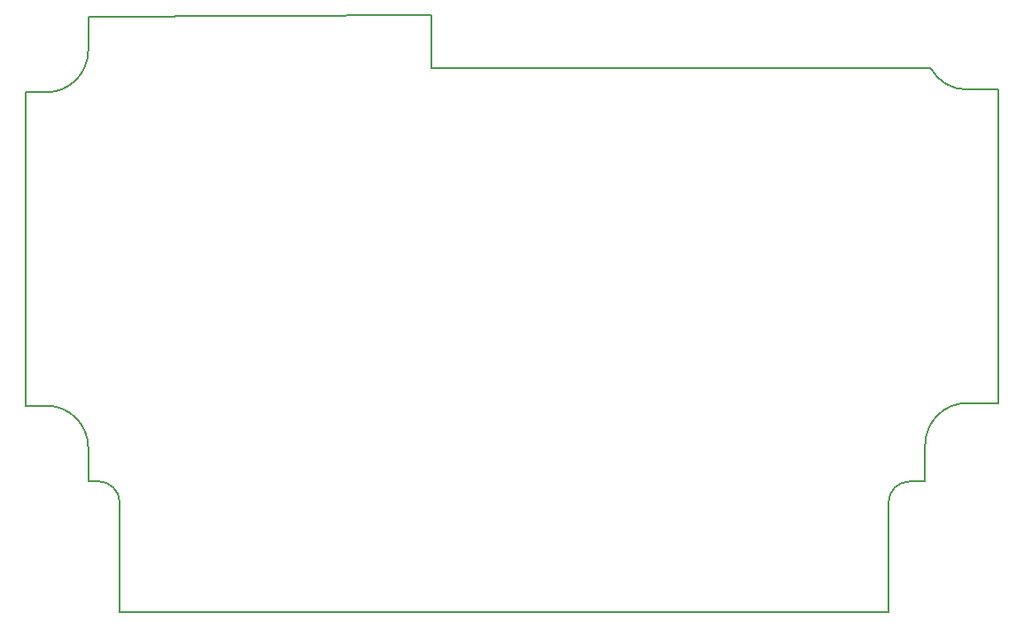
<source format=gbr>
G04 #@! TF.GenerationSoftware,KiCad,Pcbnew,5.1.5*
G04 #@! TF.CreationDate,2020-02-17T18:04:10-05:00*
G04 #@! TF.ProjectId,12V-SmartSwitch,3132562d-536d-4617-9274-537769746368,rev?*
G04 #@! TF.SameCoordinates,Original*
G04 #@! TF.FileFunction,Profile,NP*
%FSLAX46Y46*%
G04 Gerber Fmt 4.6, Leading zero omitted, Abs format (unit mm)*
G04 Created by KiCad (PCBNEW 5.1.5) date 2020-02-17 18:04:10*
%MOMM*%
%LPD*%
G04 APERTURE LIST*
%ADD10C,0.200000*%
G04 APERTURE END LIST*
D10*
X103300000Y-104917538D02*
X103300000Y-99900000D01*
X151000000Y-104917538D02*
X103300000Y-104917538D01*
X154500000Y-107000000D02*
G75*
G02X151000000Y-104917538I0J3982462D01*
G01*
X73500000Y-157000000D02*
X73500000Y-146500000D01*
X147000000Y-157000000D02*
X73500000Y-157000000D01*
X147000000Y-146500000D02*
X147000000Y-157000000D01*
X150500000Y-144500000D02*
X149000000Y-144500000D01*
X147000000Y-146500000D02*
G75*
G02X149000000Y-144500000I2000000J0D01*
G01*
X71500000Y-144500000D02*
G75*
G02X73500000Y-146500000I0J-2000000D01*
G01*
X64500000Y-107250000D02*
X64500000Y-137250000D01*
X154500000Y-107000000D02*
X157500000Y-107000000D01*
X150500000Y-141000000D02*
G75*
G02X154500000Y-137000000I4000000J0D01*
G01*
X150500000Y-141000000D02*
X150500000Y-144500000D01*
X154500000Y-137000000D02*
X157500000Y-137000000D01*
X70500000Y-103250000D02*
G75*
G02X66500000Y-107250000I-4000000J0D01*
G01*
X70500000Y-103250000D02*
X70500000Y-100000000D01*
X66500000Y-107250000D02*
X64500000Y-107250000D01*
X70500000Y-141250000D02*
X70500000Y-144500000D01*
X66500000Y-137250000D02*
X64500000Y-137250000D01*
X66500000Y-137250000D02*
G75*
G02X70500000Y-141250000I0J-4000000D01*
G01*
X157500000Y-107000000D02*
X157500000Y-137000000D01*
X70500000Y-144500000D02*
X71500000Y-144500000D01*
X70500000Y-100000000D02*
X103300000Y-99900000D01*
M02*

</source>
